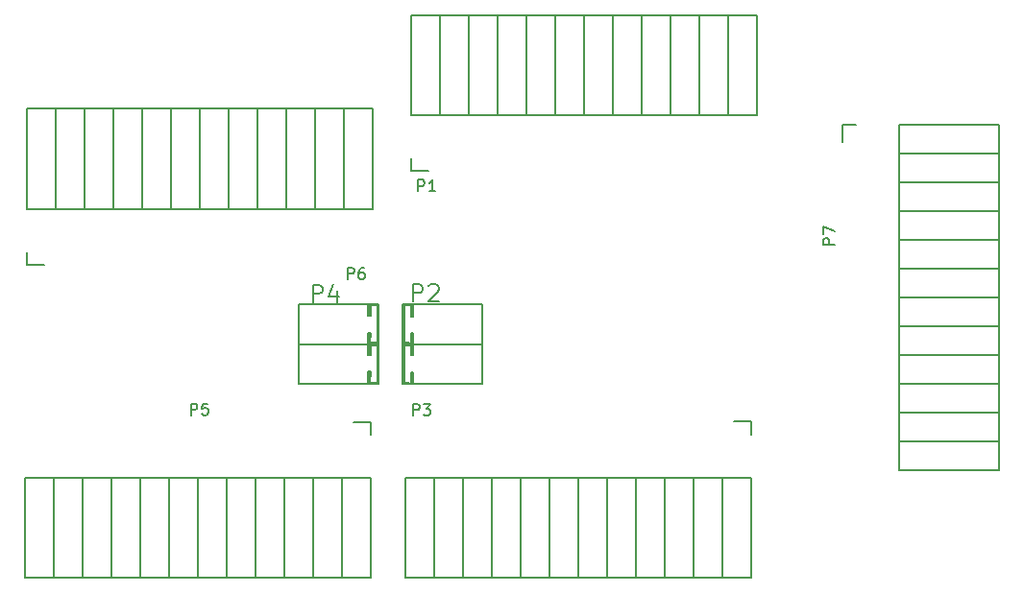
<source format=gbr>
G04 #@! TF.FileFunction,Legend,Top*
%FSLAX46Y46*%
G04 Gerber Fmt 4.6, Leading zero omitted, Abs format (unit mm)*
G04 Created by KiCad (PCBNEW 4.0.2+dfsg1-stable) date lun 28 gen 2019 08:35:01 CET*
%MOMM*%
G01*
G04 APERTURE LIST*
%ADD10C,0.100000*%
%ADD11C,0.150000*%
G04 APERTURE END LIST*
D10*
D11*
X146445905Y-89320583D02*
X155275905Y-89320583D01*
X146445905Y-91860583D02*
X146445905Y-89320583D01*
X155275905Y-91860583D02*
X155275905Y-89320583D01*
X155275905Y-89320583D02*
X146445905Y-89320583D01*
X146445905Y-86780583D02*
X155275905Y-86780583D01*
X146445905Y-89320583D02*
X146445905Y-86780583D01*
X155275905Y-89320583D02*
X155275905Y-86780583D01*
X155275905Y-86780583D02*
X146445905Y-86780583D01*
X155275905Y-84240583D02*
X146445905Y-84240583D01*
X155275905Y-86780583D02*
X155275905Y-84240583D01*
X146445905Y-86780583D02*
X146445905Y-84240583D01*
X146445905Y-84240583D02*
X155275905Y-84240583D01*
X146445905Y-81700583D02*
X155275905Y-81700583D01*
X146445905Y-84240583D02*
X146445905Y-81700583D01*
X155275905Y-84240583D02*
X155275905Y-81700583D01*
X155275905Y-81700583D02*
X146445905Y-81700583D01*
X155275905Y-79160583D02*
X146445905Y-79160583D01*
X155275905Y-81700583D02*
X155275905Y-79160583D01*
X146445905Y-81700583D02*
X146445905Y-79160583D01*
X146445905Y-79160583D02*
X155275905Y-79160583D01*
X146445905Y-76620583D02*
X155275905Y-76620583D01*
X146445905Y-79160583D02*
X146445905Y-76620583D01*
X155275905Y-79160583D02*
X155275905Y-76620583D01*
X155275905Y-76620583D02*
X146445905Y-76620583D01*
X155275905Y-91860583D02*
X146445905Y-91860583D01*
X155275905Y-94400583D02*
X155275905Y-91860583D01*
X146445905Y-94400583D02*
X146445905Y-91860583D01*
X146445905Y-91860583D02*
X155275905Y-91860583D01*
X146445905Y-94400583D02*
X155275905Y-94400583D01*
X146445905Y-96940583D02*
X146445905Y-94400583D01*
X155275905Y-96940583D02*
X155275905Y-94400583D01*
X155275905Y-94400583D02*
X146445905Y-94400583D01*
X155275905Y-96940583D02*
X146445905Y-96940583D01*
X155275905Y-99480583D02*
X155275905Y-96940583D01*
X146445905Y-99480583D02*
X146445905Y-96940583D01*
X146445905Y-96940583D02*
X155275905Y-96940583D01*
X146445905Y-99480583D02*
X155275905Y-99480583D01*
X146445905Y-102020583D02*
X146445905Y-99480583D01*
X155275905Y-102020583D02*
X155275905Y-99480583D01*
X155275905Y-99480583D02*
X146445905Y-99480583D01*
X155275905Y-102020583D02*
X146445905Y-102020583D01*
X155275905Y-104560583D02*
X155275905Y-102020583D01*
X146445905Y-104560583D02*
X146445905Y-102020583D01*
X146445905Y-102020583D02*
X155275905Y-102020583D01*
X146445905Y-104560583D02*
X155275905Y-104560583D01*
X146445905Y-107100583D02*
X146445905Y-104560583D01*
X141485905Y-76620583D02*
X141485905Y-78170583D01*
X141485905Y-76620583D02*
X142635905Y-76620583D01*
X146445905Y-107100583D02*
X155275905Y-107100583D01*
X155275905Y-107100583D02*
X155275905Y-104560583D01*
X155275905Y-104560583D02*
X146445905Y-104560583D01*
X116136420Y-75796140D02*
X116136420Y-66966140D01*
X118676420Y-75796140D02*
X116136420Y-75796140D01*
X118676420Y-66966140D02*
X116136420Y-66966140D01*
X116136420Y-66966140D02*
X116136420Y-75796140D01*
X113596420Y-75796140D02*
X113596420Y-66966140D01*
X116136420Y-75796140D02*
X113596420Y-75796140D01*
X116136420Y-66966140D02*
X113596420Y-66966140D01*
X113596420Y-66966140D02*
X113596420Y-75796140D01*
X111056420Y-66966140D02*
X111056420Y-75796140D01*
X113596420Y-66966140D02*
X111056420Y-66966140D01*
X113596420Y-75796140D02*
X111056420Y-75796140D01*
X111056420Y-75796140D02*
X111056420Y-66966140D01*
X108516420Y-75796140D02*
X108516420Y-66966140D01*
X111056420Y-75796140D02*
X108516420Y-75796140D01*
X111056420Y-66966140D02*
X108516420Y-66966140D01*
X108516420Y-66966140D02*
X108516420Y-75796140D01*
X105976420Y-66966140D02*
X105976420Y-75796140D01*
X108516420Y-66966140D02*
X105976420Y-66966140D01*
X108516420Y-75796140D02*
X105976420Y-75796140D01*
X105976420Y-75796140D02*
X105976420Y-66966140D01*
X103436420Y-75796140D02*
X103436420Y-66966140D01*
X105976420Y-75796140D02*
X103436420Y-75796140D01*
X105976420Y-66966140D02*
X103436420Y-66966140D01*
X103436420Y-66966140D02*
X103436420Y-75796140D01*
X118676420Y-66966140D02*
X118676420Y-75796140D01*
X121216420Y-66966140D02*
X118676420Y-66966140D01*
X121216420Y-75796140D02*
X118676420Y-75796140D01*
X118676420Y-75796140D02*
X118676420Y-66966140D01*
X121216420Y-75796140D02*
X121216420Y-66966140D01*
X123756420Y-75796140D02*
X121216420Y-75796140D01*
X123756420Y-66966140D02*
X121216420Y-66966140D01*
X121216420Y-66966140D02*
X121216420Y-75796140D01*
X123756420Y-66966140D02*
X123756420Y-75796140D01*
X126296420Y-66966140D02*
X123756420Y-66966140D01*
X126296420Y-75796140D02*
X123756420Y-75796140D01*
X123756420Y-75796140D02*
X123756420Y-66966140D01*
X126296420Y-75796140D02*
X126296420Y-66966140D01*
X128836420Y-75796140D02*
X126296420Y-75796140D01*
X128836420Y-66966140D02*
X126296420Y-66966140D01*
X126296420Y-66966140D02*
X126296420Y-75796140D01*
X128836420Y-66966140D02*
X128836420Y-75796140D01*
X131376420Y-66966140D02*
X128836420Y-66966140D01*
X131376420Y-75796140D02*
X128836420Y-75796140D01*
X128836420Y-75796140D02*
X128836420Y-66966140D01*
X131376420Y-75796140D02*
X131376420Y-66966140D01*
X133916420Y-75796140D02*
X131376420Y-75796140D01*
X103436420Y-80756140D02*
X104986420Y-80756140D01*
X103436420Y-80756140D02*
X103436420Y-79606140D01*
X133916420Y-75796140D02*
X133916420Y-66966140D01*
X133916420Y-66966140D02*
X131376420Y-66966140D01*
X131376420Y-66966140D02*
X131376420Y-75796140D01*
X120757216Y-107799516D02*
X120757216Y-116629516D01*
X118217216Y-107799516D02*
X120757216Y-107799516D01*
X118217216Y-116629516D02*
X120757216Y-116629516D01*
X120757216Y-116629516D02*
X120757216Y-107799516D01*
X123297216Y-107799516D02*
X123297216Y-116629516D01*
X120757216Y-107799516D02*
X123297216Y-107799516D01*
X120757216Y-116629516D02*
X123297216Y-116629516D01*
X123297216Y-116629516D02*
X123297216Y-107799516D01*
X125837216Y-116629516D02*
X125837216Y-107799516D01*
X123297216Y-116629516D02*
X125837216Y-116629516D01*
X123297216Y-107799516D02*
X125837216Y-107799516D01*
X125837216Y-107799516D02*
X125837216Y-116629516D01*
X128377216Y-107799516D02*
X128377216Y-116629516D01*
X125837216Y-107799516D02*
X128377216Y-107799516D01*
X125837216Y-116629516D02*
X128377216Y-116629516D01*
X128377216Y-116629516D02*
X128377216Y-107799516D01*
X130917216Y-116629516D02*
X130917216Y-107799516D01*
X128377216Y-116629516D02*
X130917216Y-116629516D01*
X128377216Y-107799516D02*
X130917216Y-107799516D01*
X130917216Y-107799516D02*
X130917216Y-116629516D01*
X133457216Y-107799516D02*
X133457216Y-116629516D01*
X130917216Y-107799516D02*
X133457216Y-107799516D01*
X130917216Y-116629516D02*
X133457216Y-116629516D01*
X133457216Y-116629516D02*
X133457216Y-107799516D01*
X118217216Y-116629516D02*
X118217216Y-107799516D01*
X115677216Y-116629516D02*
X118217216Y-116629516D01*
X115677216Y-107799516D02*
X118217216Y-107799516D01*
X118217216Y-107799516D02*
X118217216Y-116629516D01*
X115677216Y-107799516D02*
X115677216Y-116629516D01*
X113137216Y-107799516D02*
X115677216Y-107799516D01*
X113137216Y-116629516D02*
X115677216Y-116629516D01*
X115677216Y-116629516D02*
X115677216Y-107799516D01*
X113137216Y-116629516D02*
X113137216Y-107799516D01*
X110597216Y-116629516D02*
X113137216Y-116629516D01*
X110597216Y-107799516D02*
X113137216Y-107799516D01*
X113137216Y-107799516D02*
X113137216Y-116629516D01*
X110597216Y-107799516D02*
X110597216Y-116629516D01*
X108057216Y-107799516D02*
X110597216Y-107799516D01*
X108057216Y-116629516D02*
X110597216Y-116629516D01*
X110597216Y-116629516D02*
X110597216Y-107799516D01*
X108057216Y-116629516D02*
X108057216Y-107799516D01*
X105517216Y-116629516D02*
X108057216Y-116629516D01*
X105517216Y-107799516D02*
X108057216Y-107799516D01*
X108057216Y-107799516D02*
X108057216Y-116629516D01*
X105517216Y-107799516D02*
X105517216Y-116629516D01*
X102977216Y-107799516D02*
X105517216Y-107799516D01*
X133457216Y-102839516D02*
X131907216Y-102839516D01*
X133457216Y-102839516D02*
X133457216Y-103989516D01*
X102977216Y-107799516D02*
X102977216Y-116629516D01*
X102977216Y-116629516D02*
X105517216Y-116629516D01*
X105517216Y-116629516D02*
X105517216Y-107799516D01*
X82301080Y-84061300D02*
X82301080Y-75231300D01*
X84841080Y-84061300D02*
X82301080Y-84061300D01*
X84841080Y-75231300D02*
X82301080Y-75231300D01*
X82301080Y-75231300D02*
X82301080Y-84061300D01*
X79761080Y-84061300D02*
X79761080Y-75231300D01*
X82301080Y-84061300D02*
X79761080Y-84061300D01*
X82301080Y-75231300D02*
X79761080Y-75231300D01*
X79761080Y-75231300D02*
X79761080Y-84061300D01*
X77221080Y-75231300D02*
X77221080Y-84061300D01*
X79761080Y-75231300D02*
X77221080Y-75231300D01*
X79761080Y-84061300D02*
X77221080Y-84061300D01*
X77221080Y-84061300D02*
X77221080Y-75231300D01*
X74681080Y-84061300D02*
X74681080Y-75231300D01*
X77221080Y-84061300D02*
X74681080Y-84061300D01*
X77221080Y-75231300D02*
X74681080Y-75231300D01*
X74681080Y-75231300D02*
X74681080Y-84061300D01*
X72141080Y-75231300D02*
X72141080Y-84061300D01*
X74681080Y-75231300D02*
X72141080Y-75231300D01*
X74681080Y-84061300D02*
X72141080Y-84061300D01*
X72141080Y-84061300D02*
X72141080Y-75231300D01*
X69601080Y-84061300D02*
X69601080Y-75231300D01*
X72141080Y-84061300D02*
X69601080Y-84061300D01*
X72141080Y-75231300D02*
X69601080Y-75231300D01*
X69601080Y-75231300D02*
X69601080Y-84061300D01*
X84841080Y-75231300D02*
X84841080Y-84061300D01*
X87381080Y-75231300D02*
X84841080Y-75231300D01*
X87381080Y-84061300D02*
X84841080Y-84061300D01*
X84841080Y-84061300D02*
X84841080Y-75231300D01*
X87381080Y-84061300D02*
X87381080Y-75231300D01*
X89921080Y-84061300D02*
X87381080Y-84061300D01*
X89921080Y-75231300D02*
X87381080Y-75231300D01*
X87381080Y-75231300D02*
X87381080Y-84061300D01*
X89921080Y-75231300D02*
X89921080Y-84061300D01*
X92461080Y-75231300D02*
X89921080Y-75231300D01*
X92461080Y-84061300D02*
X89921080Y-84061300D01*
X89921080Y-84061300D02*
X89921080Y-75231300D01*
X92461080Y-84061300D02*
X92461080Y-75231300D01*
X95001080Y-84061300D02*
X92461080Y-84061300D01*
X95001080Y-75231300D02*
X92461080Y-75231300D01*
X92461080Y-75231300D02*
X92461080Y-84061300D01*
X95001080Y-75231300D02*
X95001080Y-84061300D01*
X97541080Y-75231300D02*
X95001080Y-75231300D01*
X97541080Y-84061300D02*
X95001080Y-84061300D01*
X95001080Y-84061300D02*
X95001080Y-75231300D01*
X97541080Y-84061300D02*
X97541080Y-75231300D01*
X100081080Y-84061300D02*
X97541080Y-84061300D01*
X69601080Y-89021300D02*
X71151080Y-89021300D01*
X69601080Y-89021300D02*
X69601080Y-87871300D01*
X100081080Y-84061300D02*
X100081080Y-75231300D01*
X100081080Y-75231300D02*
X97541080Y-75231300D01*
X97541080Y-75231300D02*
X97541080Y-84061300D01*
X87241380Y-107817920D02*
X87241380Y-116647920D01*
X84701380Y-107817920D02*
X87241380Y-107817920D01*
X84701380Y-116647920D02*
X87241380Y-116647920D01*
X87241380Y-116647920D02*
X87241380Y-107817920D01*
X89781380Y-107817920D02*
X89781380Y-116647920D01*
X87241380Y-107817920D02*
X89781380Y-107817920D01*
X87241380Y-116647920D02*
X89781380Y-116647920D01*
X89781380Y-116647920D02*
X89781380Y-107817920D01*
X92321380Y-116647920D02*
X92321380Y-107817920D01*
X89781380Y-116647920D02*
X92321380Y-116647920D01*
X89781380Y-107817920D02*
X92321380Y-107817920D01*
X92321380Y-107817920D02*
X92321380Y-116647920D01*
X94861380Y-107817920D02*
X94861380Y-116647920D01*
X92321380Y-107817920D02*
X94861380Y-107817920D01*
X92321380Y-116647920D02*
X94861380Y-116647920D01*
X94861380Y-116647920D02*
X94861380Y-107817920D01*
X97401380Y-116647920D02*
X97401380Y-107817920D01*
X94861380Y-116647920D02*
X97401380Y-116647920D01*
X94861380Y-107817920D02*
X97401380Y-107817920D01*
X97401380Y-107817920D02*
X97401380Y-116647920D01*
X99941380Y-107817920D02*
X99941380Y-116647920D01*
X97401380Y-107817920D02*
X99941380Y-107817920D01*
X97401380Y-116647920D02*
X99941380Y-116647920D01*
X99941380Y-116647920D02*
X99941380Y-107817920D01*
X84701380Y-116647920D02*
X84701380Y-107817920D01*
X82161380Y-116647920D02*
X84701380Y-116647920D01*
X82161380Y-107817920D02*
X84701380Y-107817920D01*
X84701380Y-107817920D02*
X84701380Y-116647920D01*
X82161380Y-107817920D02*
X82161380Y-116647920D01*
X79621380Y-107817920D02*
X82161380Y-107817920D01*
X79621380Y-116647920D02*
X82161380Y-116647920D01*
X82161380Y-116647920D02*
X82161380Y-107817920D01*
X79621380Y-116647920D02*
X79621380Y-107817920D01*
X77081380Y-116647920D02*
X79621380Y-116647920D01*
X77081380Y-107817920D02*
X79621380Y-107817920D01*
X79621380Y-107817920D02*
X79621380Y-116647920D01*
X77081380Y-107817920D02*
X77081380Y-116647920D01*
X74541380Y-107817920D02*
X77081380Y-107817920D01*
X74541380Y-116647920D02*
X77081380Y-116647920D01*
X77081380Y-116647920D02*
X77081380Y-107817920D01*
X74541380Y-116647920D02*
X74541380Y-107817920D01*
X72001380Y-116647920D02*
X74541380Y-116647920D01*
X72001380Y-107817920D02*
X74541380Y-107817920D01*
X74541380Y-107817920D02*
X74541380Y-116647920D01*
X72001380Y-107817920D02*
X72001380Y-116647920D01*
X69461380Y-107817920D02*
X72001380Y-107817920D01*
X99941380Y-102857920D02*
X98391380Y-102857920D01*
X99941380Y-102857920D02*
X99941380Y-104007920D01*
X69461380Y-107817920D02*
X69461380Y-116647920D01*
X69461380Y-116647920D02*
X72001380Y-116647920D01*
X72001380Y-116647920D02*
X72001380Y-107817920D01*
X103543500Y-93599300D02*
X103543500Y-93199300D01*
X103443500Y-93199300D02*
X103443500Y-93599300D01*
X103443500Y-93599300D02*
X103643500Y-93599300D01*
X103643500Y-93599300D02*
X103643500Y-93199300D01*
X103543500Y-95299300D02*
X103543500Y-95099300D01*
X103443500Y-95299300D02*
X103443500Y-94999300D01*
X103443500Y-94999300D02*
X103643500Y-94999300D01*
X103643500Y-94999300D02*
X103643500Y-95299300D01*
X103543500Y-96999300D02*
X103543500Y-96599300D01*
X103443500Y-96599300D02*
X103443500Y-96999300D01*
X103443500Y-96999300D02*
X103643500Y-96999300D01*
X103643500Y-96999300D02*
X103643500Y-96599300D01*
X103543500Y-98799300D02*
X103543500Y-98499300D01*
X103443500Y-98899300D02*
X103443500Y-98499300D01*
X103443500Y-98499300D02*
X103643500Y-98499300D01*
X103643500Y-98499300D02*
X103643500Y-98799300D01*
X103343500Y-95899300D02*
X102843500Y-95899300D01*
X102843500Y-95899300D02*
X102843500Y-92599300D01*
X102843500Y-92599300D02*
X103443500Y-92599300D01*
X103343500Y-99399300D02*
X102843500Y-99399300D01*
X102843500Y-99399300D02*
X102843500Y-96099300D01*
X102843500Y-96099300D02*
X103443500Y-96099300D01*
X103543500Y-99499300D02*
X103543500Y-98799300D01*
X103643500Y-99499300D02*
X103643500Y-98799300D01*
X103643500Y-98799300D02*
X103443500Y-98799300D01*
X103443500Y-98799300D02*
X103443500Y-99499300D01*
X102743500Y-95999300D02*
X109743500Y-95999300D01*
X109743500Y-92514300D02*
X102743500Y-92514300D01*
X109743500Y-99499300D02*
X109743500Y-92539700D01*
X102743500Y-99499300D02*
X102743500Y-92539700D01*
X109743500Y-99499300D02*
X102743500Y-99499300D01*
X103643500Y-95299300D02*
X103443500Y-95299300D01*
X103443500Y-95299300D02*
X103443500Y-95999300D01*
X103543500Y-95999300D02*
X103543500Y-95299300D01*
X103643500Y-95999300D02*
X103643500Y-95299300D01*
X103449066Y-96690410D02*
X103649066Y-96690410D01*
X103649066Y-96690410D02*
X103649066Y-95990410D01*
X103549066Y-95990410D02*
X103549066Y-96690410D01*
X103449066Y-95990410D02*
X103449066Y-96690410D01*
X103449066Y-93240410D02*
X103649066Y-93240410D01*
X103649066Y-93240410D02*
X103649066Y-92540410D01*
X103549066Y-92540410D02*
X103549066Y-93240410D01*
X103449066Y-92540410D02*
X103449066Y-93240410D01*
X99775880Y-98399300D02*
X99775880Y-98799300D01*
X99875880Y-98799300D02*
X99875880Y-98399300D01*
X99875880Y-98399300D02*
X99675880Y-98399300D01*
X99675880Y-98399300D02*
X99675880Y-98799300D01*
X99775880Y-96699300D02*
X99775880Y-96899300D01*
X99875880Y-96699300D02*
X99875880Y-96999300D01*
X99875880Y-96999300D02*
X99675880Y-96999300D01*
X99675880Y-96999300D02*
X99675880Y-96699300D01*
X99775880Y-94999300D02*
X99775880Y-95399300D01*
X99875880Y-95399300D02*
X99875880Y-94999300D01*
X99875880Y-94999300D02*
X99675880Y-94999300D01*
X99675880Y-94999300D02*
X99675880Y-95399300D01*
X99775880Y-93199300D02*
X99775880Y-93499300D01*
X99875880Y-93099300D02*
X99875880Y-93499300D01*
X99875880Y-93499300D02*
X99675880Y-93499300D01*
X99675880Y-93499300D02*
X99675880Y-93199300D01*
X99975880Y-96099300D02*
X100475880Y-96099300D01*
X100475880Y-96099300D02*
X100475880Y-99399300D01*
X100475880Y-99399300D02*
X99875880Y-99399300D01*
X99975880Y-92599300D02*
X100475880Y-92599300D01*
X100475880Y-92599300D02*
X100475880Y-95899300D01*
X100475880Y-95899300D02*
X99875880Y-95899300D01*
X99775880Y-92499300D02*
X99775880Y-93199300D01*
X99675880Y-92499300D02*
X99675880Y-93199300D01*
X99675880Y-93199300D02*
X99875880Y-93199300D01*
X99875880Y-93199300D02*
X99875880Y-92499300D01*
X100575880Y-95999300D02*
X93575880Y-95999300D01*
X93575880Y-99484300D02*
X100575880Y-99484300D01*
X93575880Y-92499300D02*
X93575880Y-99458900D01*
X100575880Y-92499300D02*
X100575880Y-99458900D01*
X93575880Y-92499300D02*
X100575880Y-92499300D01*
X99675880Y-96699300D02*
X99875880Y-96699300D01*
X99875880Y-96699300D02*
X99875880Y-95999300D01*
X99775880Y-95999300D02*
X99775880Y-96699300D01*
X99675880Y-95999300D02*
X99675880Y-96699300D01*
X99870314Y-95308190D02*
X99670314Y-95308190D01*
X99670314Y-95308190D02*
X99670314Y-96008190D01*
X99770314Y-96008190D02*
X99770314Y-95308190D01*
X99870314Y-96008190D02*
X99870314Y-95308190D01*
X99870314Y-98758190D02*
X99670314Y-98758190D01*
X99670314Y-98758190D02*
X99670314Y-99458190D01*
X99770314Y-99458190D02*
X99770314Y-98758190D01*
X99870314Y-99458190D02*
X99870314Y-98758190D01*
X140795001Y-87222555D02*
X139795001Y-87222555D01*
X139795001Y-86841602D01*
X139842620Y-86746364D01*
X139890239Y-86698745D01*
X139985477Y-86651126D01*
X140128334Y-86651126D01*
X140223572Y-86698745D01*
X140271191Y-86746364D01*
X140318810Y-86841602D01*
X140318810Y-87222555D01*
X139795001Y-86317793D02*
X139795001Y-85651126D01*
X140795001Y-86079698D01*
X104090245Y-82519781D02*
X104090245Y-81519781D01*
X104471198Y-81519781D01*
X104566436Y-81567400D01*
X104614055Y-81615019D01*
X104661674Y-81710257D01*
X104661674Y-81853114D01*
X104614055Y-81948352D01*
X104566436Y-81995971D01*
X104471198Y-82043590D01*
X104090245Y-82043590D01*
X105614055Y-82519781D02*
X105042626Y-82519781D01*
X105328340Y-82519781D02*
X105328340Y-81519781D01*
X105233102Y-81662638D01*
X105137864Y-81757876D01*
X105042626Y-81805495D01*
X103640665Y-102298761D02*
X103640665Y-101298761D01*
X104021618Y-101298761D01*
X104116856Y-101346380D01*
X104164475Y-101393999D01*
X104212094Y-101489237D01*
X104212094Y-101632094D01*
X104164475Y-101727332D01*
X104116856Y-101774951D01*
X104021618Y-101822570D01*
X103640665Y-101822570D01*
X104545427Y-101298761D02*
X105164475Y-101298761D01*
X104831141Y-101679713D01*
X104973999Y-101679713D01*
X105069237Y-101727332D01*
X105116856Y-101774951D01*
X105164475Y-101870190D01*
X105164475Y-102108285D01*
X105116856Y-102203523D01*
X105069237Y-102251142D01*
X104973999Y-102298761D01*
X104688284Y-102298761D01*
X104593046Y-102251142D01*
X104545427Y-102203523D01*
X97882485Y-90274401D02*
X97882485Y-89274401D01*
X98263438Y-89274401D01*
X98358676Y-89322020D01*
X98406295Y-89369639D01*
X98453914Y-89464877D01*
X98453914Y-89607734D01*
X98406295Y-89702972D01*
X98358676Y-89750591D01*
X98263438Y-89798210D01*
X97882485Y-89798210D01*
X99311057Y-89274401D02*
X99120580Y-89274401D01*
X99025342Y-89322020D01*
X98977723Y-89369639D01*
X98882485Y-89512496D01*
X98834866Y-89702972D01*
X98834866Y-90083925D01*
X98882485Y-90179163D01*
X98930104Y-90226782D01*
X99025342Y-90274401D01*
X99215819Y-90274401D01*
X99311057Y-90226782D01*
X99358676Y-90179163D01*
X99406295Y-90083925D01*
X99406295Y-89845830D01*
X99358676Y-89750591D01*
X99311057Y-89702972D01*
X99215819Y-89655353D01*
X99025342Y-89655353D01*
X98930104Y-89702972D01*
X98882485Y-89750591D01*
X98834866Y-89845830D01*
X84062345Y-102265741D02*
X84062345Y-101265741D01*
X84443298Y-101265741D01*
X84538536Y-101313360D01*
X84586155Y-101360979D01*
X84633774Y-101456217D01*
X84633774Y-101599074D01*
X84586155Y-101694312D01*
X84538536Y-101741931D01*
X84443298Y-101789550D01*
X84062345Y-101789550D01*
X85538536Y-101265741D02*
X85062345Y-101265741D01*
X85014726Y-101741931D01*
X85062345Y-101694312D01*
X85157583Y-101646693D01*
X85395679Y-101646693D01*
X85490917Y-101694312D01*
X85538536Y-101741931D01*
X85586155Y-101837170D01*
X85586155Y-102075265D01*
X85538536Y-102170503D01*
X85490917Y-102218122D01*
X85395679Y-102265741D01*
X85157583Y-102265741D01*
X85062345Y-102218122D01*
X85014726Y-102170503D01*
X103611442Y-92218255D02*
X103611442Y-90718255D01*
X104182870Y-90718255D01*
X104325728Y-90789684D01*
X104397156Y-90861113D01*
X104468585Y-91003970D01*
X104468585Y-91218255D01*
X104397156Y-91361113D01*
X104325728Y-91432541D01*
X104182870Y-91503970D01*
X103611442Y-91503970D01*
X105040013Y-90861113D02*
X105111442Y-90789684D01*
X105254299Y-90718255D01*
X105611442Y-90718255D01*
X105754299Y-90789684D01*
X105825728Y-90861113D01*
X105897156Y-91003970D01*
X105897156Y-91146827D01*
X105825728Y-91361113D01*
X104968585Y-92218255D01*
X105897156Y-92218255D01*
X94805798Y-92286211D02*
X94805798Y-90786211D01*
X95377226Y-90786211D01*
X95520084Y-90857640D01*
X95591512Y-90929069D01*
X95662941Y-91071926D01*
X95662941Y-91286211D01*
X95591512Y-91429069D01*
X95520084Y-91500497D01*
X95377226Y-91571926D01*
X94805798Y-91571926D01*
X96948655Y-91286211D02*
X96948655Y-92286211D01*
X96591512Y-90714783D02*
X96234369Y-91786211D01*
X97162941Y-91786211D01*
M02*

</source>
